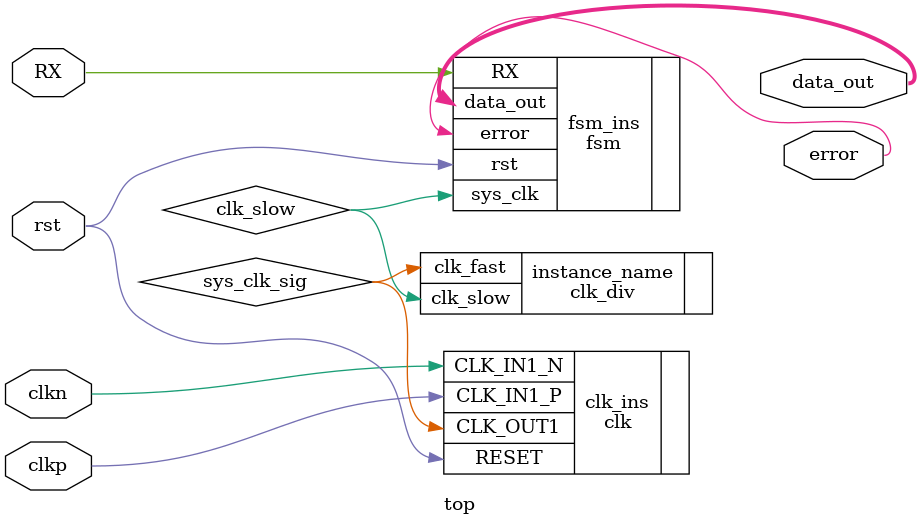
<source format=v>
`timescale 1ns / 1ps
module top(
    input RX,
    input rst,
	 //input clk,
    input clkp,
	 input clkn,
    output [7:0] data_out,
    output error
    );
	 
	wire sys_clk_sig;

	clk clk_ins
   (// Clock in ports
    .CLK_IN1_P(clkp),    // IN
    .CLK_IN1_N(clkn),    // IN
    // Clock out ports
    .CLK_OUT1(sys_clk_sig),     // OUT
    // Status and control signals
    .RESET(rst));       // IN
 
	clk_div instance_name (
    .clk_fast(sys_clk_sig), 
    .clk_slow(clk_slow)
    );
 
	fsm fsm_ins (
    .RX(RX), 
    .rst(rst), 
    .sys_clk(clk_slow), 
    .data_out(data_out), 
    .error(error)
    );
	

endmodule

</source>
